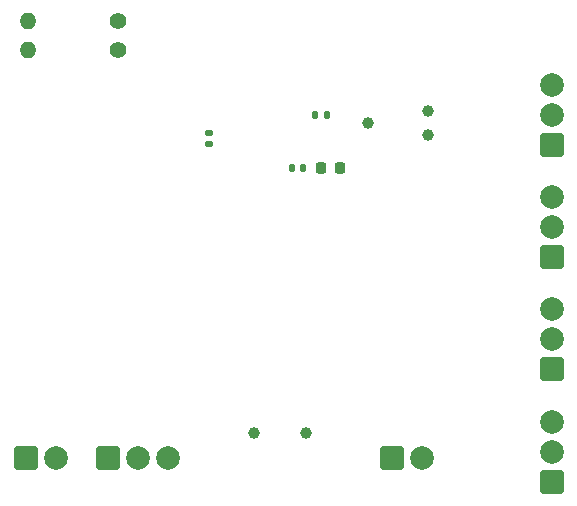
<source format=gbr>
%TF.GenerationSoftware,KiCad,Pcbnew,9.0.1*%
%TF.CreationDate,2025-10-26T21:15:08-04:00*%
%TF.ProjectId,Drone-Flight-Controller,44726f6e-652d-4466-9c69-6768742d436f,rev?*%
%TF.SameCoordinates,Original*%
%TF.FileFunction,Soldermask,Bot*%
%TF.FilePolarity,Negative*%
%FSLAX46Y46*%
G04 Gerber Fmt 4.6, Leading zero omitted, Abs format (unit mm)*
G04 Created by KiCad (PCBNEW 9.0.1) date 2025-10-26 21:15:08*
%MOMM*%
%LPD*%
G01*
G04 APERTURE LIST*
G04 Aperture macros list*
%AMRoundRect*
0 Rectangle with rounded corners*
0 $1 Rounding radius*
0 $2 $3 $4 $5 $6 $7 $8 $9 X,Y pos of 4 corners*
0 Add a 4 corners polygon primitive as box body*
4,1,4,$2,$3,$4,$5,$6,$7,$8,$9,$2,$3,0*
0 Add four circle primitives for the rounded corners*
1,1,$1+$1,$2,$3*
1,1,$1+$1,$4,$5*
1,1,$1+$1,$6,$7*
1,1,$1+$1,$8,$9*
0 Add four rect primitives between the rounded corners*
20,1,$1+$1,$2,$3,$4,$5,0*
20,1,$1+$1,$4,$5,$6,$7,0*
20,1,$1+$1,$6,$7,$8,$9,0*
20,1,$1+$1,$8,$9,$2,$3,0*%
G04 Aperture macros list end*
%ADD10RoundRect,0.135000X0.135000X0.185000X-0.135000X0.185000X-0.135000X-0.185000X0.135000X-0.185000X0*%
%ADD11RoundRect,0.250000X-0.750000X-0.750000X0.750000X-0.750000X0.750000X0.750000X-0.750000X0.750000X0*%
%ADD12C,2.000000*%
%ADD13RoundRect,0.250000X0.750000X-0.750000X0.750000X0.750000X-0.750000X0.750000X-0.750000X-0.750000X0*%
%ADD14C,1.400000*%
%ADD15O,1.400000X1.400000*%
%ADD16C,0.990600*%
%ADD17C,1.000000*%
%ADD18RoundRect,0.140000X0.170000X-0.140000X0.170000X0.140000X-0.170000X0.140000X-0.170000X-0.140000X0*%
%ADD19RoundRect,0.225000X-0.225000X-0.250000X0.225000X-0.250000X0.225000X0.250000X-0.225000X0.250000X0*%
%ADD20RoundRect,0.140000X0.140000X0.170000X-0.140000X0.170000X-0.140000X-0.170000X0.140000X-0.170000X0*%
G04 APERTURE END LIST*
D10*
%TO.C,R10*%
X45500000Y-41000000D03*
X44480000Y-41000000D03*
%TD*%
D11*
%TO.C,J7*%
X19960000Y-70000000D03*
D12*
X22500000Y-70000000D03*
%TD*%
D13*
%TO.C,J3*%
X64500000Y-72080000D03*
D12*
X64500000Y-69540000D03*
X64500000Y-67000000D03*
%TD*%
D14*
%TO.C,R9*%
X27810000Y-33000000D03*
D15*
X20190000Y-33000000D03*
%TD*%
D13*
%TO.C,J4*%
X64500000Y-62500000D03*
D12*
X64500000Y-59960000D03*
X64500000Y-57420000D03*
%TD*%
D16*
%TO.C,J10*%
X48960000Y-41635000D03*
X54040000Y-40619000D03*
X54040000Y-42651000D03*
%TD*%
D17*
%TO.C,J2*%
X39300000Y-67925000D03*
X43700000Y-67925000D03*
%TD*%
D14*
%TO.C,R8*%
X27810000Y-35500000D03*
D15*
X20190000Y-35500000D03*
%TD*%
D13*
%TO.C,J5*%
X64500000Y-53045000D03*
D12*
X64500000Y-50505000D03*
X64500000Y-47965000D03*
%TD*%
D11*
%TO.C,J1*%
X50975000Y-70037500D03*
D12*
X53515000Y-70037500D03*
%TD*%
D13*
%TO.C,J6*%
X64500000Y-43540000D03*
D12*
X64500000Y-41000000D03*
X64500000Y-38460000D03*
%TD*%
D11*
%TO.C,J8*%
X26955000Y-70000000D03*
D12*
X29495000Y-70000000D03*
X32035000Y-70000000D03*
%TD*%
D18*
%TO.C,C5*%
X35500000Y-43480000D03*
X35500000Y-42520000D03*
%TD*%
D19*
%TO.C,C8*%
X45000000Y-45500000D03*
X46550000Y-45500000D03*
%TD*%
D20*
%TO.C,C14*%
X43480000Y-45500000D03*
X42520000Y-45500000D03*
%TD*%
M02*

</source>
